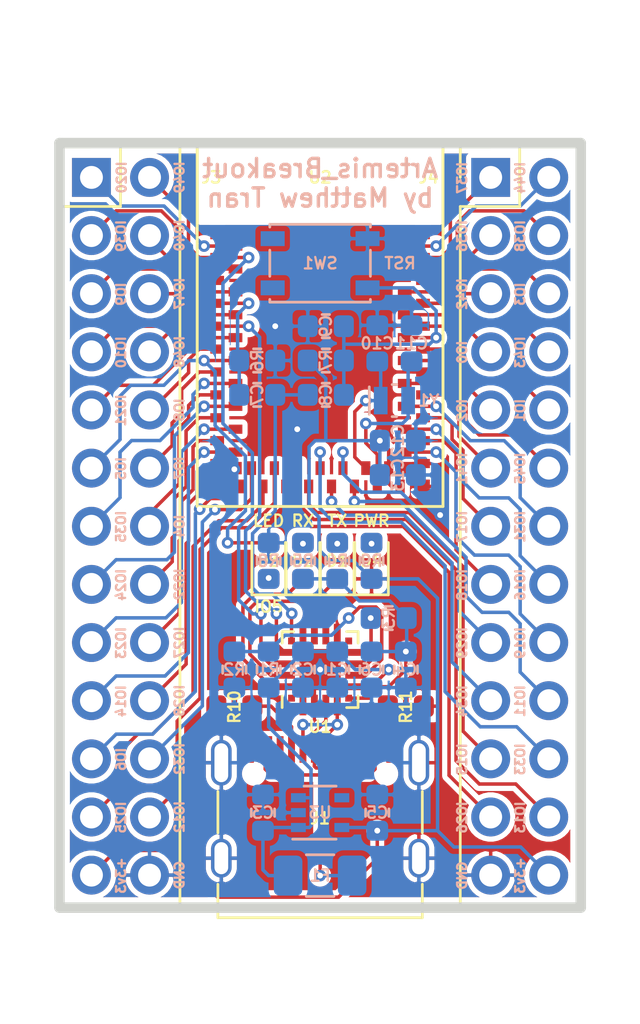
<source format=kicad_pcb>
(kicad_pcb (version 20240108) (generator "pcbnew") (generator_version "8.0")
  (layers (0 "F.Cu" signal) (31 "B.Cu" signal) (34 "B.Paste" user) (35 "F.Paste" user) (36 "B.SilkS" user "B.Silkscreen") (37 "F.SilkS" user "F.Silkscreen") (38 "B.Mask" user) (39 "F.Mask" user) (44 "Edge.Cuts" user))
  (net 0 "")
  (net 1 "GND")
  (net 2 "+5V")
  (net 3 "Net-(C4-Pad1)")
  (net 4 "+3V3")
  (net 5 "/RTS")
  (net 6 "/BOOT")
  (net 7 "/nRST")
  (net 8 "Net-(C10-Pad1)")
  (net 9 "Net-(C11-Pad1)")
  (net 10 "Net-(D1-Pad1)")
  (net 11 "Net-(D2-Pad1)")
  (net 12 "/LED")
  (net 13 "Net-(D3-Pad1)")
  (net 14 "Net-(F1-Pad2)")
  (net 15 "Net-(J1-PadB5)")
  (net 16 "/USB_DP")
  (net 17 "Net-(J1-PadA8)")
  (net 18 "Net-(J1-PadA5)")
  (net 19 "Net-(J1-PadB8)")
  (net 20 "/USB_DM")
  (net 21 "/SWO")
  (net 22 "/SWCLK")
  (net 23 "/SWDIO")
  (net 24 "Net-(J3-Pad24)")
  (net 25 "Net-(J3-Pad23)")
  (net 26 "Net-(J3-Pad22)")
  (net 27 "Net-(J3-Pad21)")
  (net 28 "Net-(J3-Pad20)")
  (net 29 "Net-(J3-Pad19)")
  (net 30 "Net-(J3-Pad18)")
  (net 31 "Net-(J3-Pad17)")
  (net 32 "Net-(J3-Pad16)")
  (net 33 "Net-(J3-Pad15)")
  (net 34 "Net-(J3-Pad14)")
  (net 35 "Net-(J3-Pad13)")
  (net 36 "/RX")
  (net 37 "Net-(J3-Pad4)")
  (net 38 "Net-(J3-Pad3)")
  (net 39 "/TX")
  (net 40 "Net-(J4-Pad24)")
  (net 41 "Net-(J4-Pad23)")
  (net 42 "Net-(J4-Pad20)")
  (net 43 "Net-(J4-Pad19)")
  (net 44 "Net-(J4-Pad18)")
  (net 45 "Net-(J4-Pad17)")
  (net 46 "Net-(J4-Pad16)")
  (net 47 "Net-(J4-Pad15)")
  (net 48 "Net-(J4-Pad14)")
  (net 49 "Net-(J4-Pad13)")
  (net 50 "Net-(J4-Pad12)")
  (net 51 "Net-(J4-Pad11)")
  (net 52 "Net-(J4-Pad10)")
  (net 53 "Net-(J4-Pad9)")
  (net 54 "Net-(J4-Pad8)")
  (net 55 "Net-(J4-Pad7)")
  (net 56 "Net-(J4-Pad6)")
  (net 57 "Net-(J4-Pad5)")
  (net 58 "Net-(J4-Pad4)")
  (net 59 "Net-(J4-Pad3)")
  (net 60 "Net-(J4-Pad2)")
  (net 61 "Net-(J4-Pad1)")
  (net 62 "Net-(R1-Pad1)")
  (net 63 "Net-(R3-Pad1)")
  (net 64 "Net-(U1-Pad15)")
  (net 65 "Net-(U1-Pad14)")
  (net 66 "Net-(U1-Pad13)")
  (net 67 "Net-(U1-Pad11)")
  (net 68 "Net-(U1-Pad10)")
  (net 69 "Net-(U1-Pad2)")
  (net 70 "Net-(U1-Pad1)")
  (net 71 "Net-(J3-Pad12)")
  (net 72 "Net-(J3-Pad10)")
  (net 73 "Net-(J3-Pad7)")
  (net 74 "Net-(J3-Pad5)")
  (net 75 "Net-(J4-Pad21)")
  (net 76 "Net-(U3-Pad4)")
  (net 77 "Net-(D1-Pad2)")
  (net 78 "Net-(D2-Pad2)")
  (net 79 "Net-(D4-Pad2)")
  (footprint "Resistor_SMD:R_0603_1608Metric" (layer "F.Cu") (at 153.75 119.6 180)
    (property "Reference" "R11")
    (property "Value" "5.1k")
  )
  (footprint "Package_DFN_QFN:SiliconLabs_QFN-20-1EP_3x3mm_P0.5mm" (layer "F.Cu") (at 150 118 90)
    (property "Reference" "U1")
    (property "Value" "CP2102N-A02-GQFN20")
  )
  (footprint "Connector_USB:USB_C_Receptacle_Palconn_UTC16-G" (layer "F.Cu") (at 150 124)
    (property "Reference" "J1")
    (property "Value" "USB_C_Receptacle_USB2.0")
  )
  (footprint "Connector_PinHeader_2.54mm:PinHeader_2x13_P2.54mm_Vertical" (layer "F.Cu") (at 140 96.5)
    (property "Reference" "J3")
    (property "Value" "Left")
  )
  (footprint "Connector_PinHeader_2.54mm:PinHeader_2x13_P2.54mm_Vertical" (layer "F.Cu") (at 157.46 96.5)
    (property "Reference" "J4")
    (property "Value" "Right")
  )
  (footprint "artemis:ARTEMIS_FP" (layer "F.Cu") (at 150 103.5 90)
    (property "Reference" "U2")
    (property "Value" "SparkfunArtemis")
  )
  (footprint "LED_SMD:LED_0603_1608Metric" (layer "F.Cu") (at 149.25 113.25 90)
    (property "Reference" "D2")
    (property "Value" "TX")
  )
  (footprint "LED_SMD:LED_0603_1608Metric" (layer "F.Cu") (at 147.75 113.25 90)
    (property "Reference" "D3")
    (property "Value" "LED")
  )
  (footprint "LED_SMD:LED_0603_1608Metric" (layer "F.Cu") (at 152.25 113.25 90)
    (property "Reference" "D4")
    (property "Value" "PWR")
  )
  (footprint "Resistor_SMD:R_0603_1608Metric" (layer "F.Cu") (at 146.25 119.6)
    (property "Reference" "R10")
    (property "Value" "5.1k")
  )
  (footprint "LED_SMD:LED_0603_1608Metric" (layer "F.Cu") (at 150.75 113.25 90)
    (property "Reference" "D1")
    (property "Value" "RX")
  )
  (footprint "Capacitor_SMD:C_0603_1608Metric" (layer "B.Cu") (at 147.5 124.25 -90)
    (property "Reference" "C3")
    (property "Value" "1u")
  )
  (footprint "Capacitor_SMD:C_0603_1608Metric" (layer "B.Cu") (at 152.5 124.25 90)
    (property "Reference" "C5")
    (property "Value" "1u")
  )
  (footprint "Capacitor_SMD:C_0603_1608Metric" (layer "B.Cu") (at 150.25 103)
    (property "Reference" "C9")
    (property "Value" "1n")
  )
  (footprint "Capacitor_SMD:C_0603_1608Metric" (layer "B.Cu") (at 153.4 109.5)
    (property "Reference" "C13")
    (property "Value" "0.1u")
  )
  (footprint "Fuse:Fuse_1206_3216Metric" (layer "B.Cu") (at 150 127)
    (property "Reference" "F1")
    (property "Value" "500mA")
  )
  (footprint "Resistor_SMD:R_0603_1608Metric" (layer "B.Cu") (at 153 115.75)
    (property "Reference" "R3")
    (property "Value" "1k")
  )
  (footprint "Resistor_SMD:R_0603_1608Metric" (layer "B.Cu") (at 147.25 104.5)
    (property "Reference" "R6")
    (property "Value" "220k")
  )
  (footprint "Resistor_SMD:R_0603_1608Metric" (layer "B.Cu") (at 150.25 104.5)
    (property "Reference" "R7")
    (property "Value" "100k")
  )
  (footprint "Button_Switch_SMD:SW_SPST_PTS810" (layer "B.Cu") (at 150 100.25)
    (property "Reference" "SW1")
    (property "Value" "RST")
  )
  (footprint "Capacitor_SMD:C_0603_1608Metric" (layer "B.Cu") (at 153.4 108)
    (property "Reference" "C12")
    (property "Value" "1u")
  )
  (footprint "Package_TO_SOT_SMD:SOT-353_SC-70-5" (layer "B.Cu") (at 150 124.25)
    (property "Reference" "U3")
    (property "Value" "MIC5365-3.3YC5")
  )
  (footprint "Crystal:Crystal_SMD_MicroCrystal_CM9V-T1A-2Pin_1.6x1.0mm" (layer "B.Cu") (at 153.25 106.25)
    (property "Reference" "Y1")
    (property "Value" "32.768kHz")
  )
  (footprint "Capacitor_SMD:C_0603_1608Metric" (layer "B.Cu") (at 152.5 103.75 90)
    (property "Reference" "C10")
    (property "Value" "20p")
  )
  (footprint "Capacitor_SMD:C_0603_1608Metric" (layer "B.Cu") (at 154 103.75 90)
    (property "Reference" "C11")
    (property "Value" "20p")
  )
  (footprint "Capacitor_SMD:C_0603_1608Metric" (layer "B.Cu") (at 149.25 118 -90)
    (property "Reference" "C2")
    (property "Value" "10u")
  )
  (footprint "Resistor_SMD:R_0603_1608Metric" (layer "B.Cu") (at 147.75 118 -90)
    (property "Reference" "R1")
    (property "Value" "22k")
  )
  (footprint "Resistor_SMD:R_0603_1608Metric" (layer "B.Cu") (at 146.25 118 90)
    (property "Reference" "R2")
    (property "Value" "47k")
  )
  (footprint "Capacitor_SMD:C_0603_1608Metric" (layer "B.Cu") (at 150.75 118 -90)
    (property "Reference" "C1")
    (property "Value" "0.1u")
  )
  (footprint "Capacitor_SMD:C_0603_1608Metric" (layer "B.Cu") (at 153.75 118 -90)
    (property "Reference" "C4")
    (property "Value" "10u")
  )
  (footprint "Capacitor_SMD:C_0603_1608Metric" (layer "B.Cu") (at 152.25 118 -90)
    (property "Reference" "C6")
    (property "Value" "0.1u")
  )
  (footprint "Capacitor_SMD:C_0603_1608Metric" (layer "B.Cu") (at 147.25 106)
    (property "Reference" "C7")
    (property "Value" "0.1u")
  )
  (footprint "Resistor_SMD:R_0603_1608Metric" (layer "B.Cu") (at 150.75 113.25 -90)
    (property "Reference" "R4")
    (property "Value" "1k")
  )
  (footprint "Resistor_SMD:R_0603_1608Metric" (layer "B.Cu") (at 149.25 113.25 -90)
    (property "Reference" "R5")
    (property "Value" "1k")
  )
  (footprint "Resistor_SMD:R_0603_1608Metric" (layer "B.Cu") (at 147.75 113.25 -90)
    (property "Reference" "R8")
    (property "Value" "1k")
  )
  (footprint "Resistor_SMD:R_0603_1608Metric" (layer "B.Cu") (at 152.25 113.25 90)
    (property "Reference" "R9")
    (property "Value" "1k")
  )
  (footprint "Capacitor_SMD:C_0603_1608Metric" (layer "B.Cu") (at 150.25 106 180)
    (property "Reference" "C8")
    (property "Value" "0.1u")
  )
  (gr_line (start 138.6 128.4) (end 138.6 95) (stroke (width 0.4572)) (layer "Edge.Cuts"))
  (gr_line (start 161.4 128.4) (end 138.6 128.4) (stroke (width 0.4572)) (layer "Edge.Cuts"))
  (gr_line (start 161.4 95) (end 161.4 128.4) (stroke (width 0.4572)) (layer "Edge.Cuts"))
  (gr_line (start 138.6 95) (end 161.4 95) (stroke (width 0.4572)) (layer "Edge.Cuts"))
  (gr_text "+3v3" (at 141.294 127 90) (layer "B.SilkS") (effects (font (size 0.4 0.4) (thickness 0.1)) (justify mirror)))
  (gr_text "IO49" (at 143.85 96.5 90) (layer "B.SilkS") (effects (font (size 0.4 0.4) (thickness 0.1)) (justify mirror)))
  (gr_text "IO20" (at 141.32 96.5 90) (layer "B.SilkS") (effects (font (size 0.4 0.4) (thickness 0.1)) (justify mirror)))
  (gr_text "IO40" (at 143.85 99.04 90) (layer "B.SilkS") (effects (font (size 0.4 0.4) (thickness 0.1)) (justify mirror)))
  (gr_text "GND" (at 143.85 126.98 90) (layer "B.SilkS") (effects (font (size 0.4 0.4) (thickness 0.1)) (justify mirror)))
  (gr_text "IO37" (at 156.21 96.52 90) (layer "B.SilkS") (effects (font (size 0.4 0.4) (thickness 0.1)) (justify mirror)))
  (gr_text "+3v3" (at 158.75 127 90) (layer "B.SilkS") (effects (font (size 0.4 0.4) (thickness 0.1)) (justify mirror)))
  (gr_text "GND" (at 156.21 127 90) (layer "B.SilkS") (effects (font (size 0.4 0.4) (thickness 0.1)) (justify mirror)))
  (gr_text "IO23" (at 141.294 116.84 90) (layer "B.SilkS") (effects (font (size 0.4 0.4) (thickness 0.1)) (justify mirror)))
  (gr_text "IO19" (at 158.75 116.84 90) (layer "B.SilkS") (effects (font (size 0.4 0.4) (thickness 0.1)) (justify mirror)))
  (gr_text "IO6" (at 141.294 121.92 90) (layer "B.SilkS") (effects (font (size 0.4 0.4) (thickness 0.1)) (justify mirror)))
  (gr_text "IO10" (at 141.294 104.14 90) (layer "B.SilkS") (effects (font (size 0.4 0.4) (thickness 0.1)) (justify mirror)))
  (gr_text "RST" (at 153.5 100.25 0) (layer "B.SilkS") (effects (font (size 0.5 0.5) (thickness 0.1)) (justify mirror)))
  (gr_text "IO29" (at 156.21 116.84 90) (layer "B.SilkS") (effects (font (size 0.4 0.4) (thickness 0.1)) (justify mirror)))
  (gr_text "IO32" (at 143.85 121.9 90) (layer "B.SilkS") (effects (font (size 0.4 0.4) (thickness 0.1)) (justify mirror)))
  (gr_text "IO12" (at 143.85 124.44 90) (layer "B.SilkS") (effects (font (size 0.4 0.4) (thickness 0.1)) (justify mirror)))
  (gr_text "IO21" (at 141.294 106.68 90) (layer "B.SilkS") (effects (font (size 0.4 0.4) (thickness 0.1)) (justify mirror)))
  (gr_text "IO36" (at 156.21 99.06 90) (layer "B.SilkS") (effects (font (size 0.4 0.4) (thickness 0.1)) (justify mirror)))
  (gr_text "IO13" (at 158.75 124.46 90) (layer "B.SilkS") (effects (font (size 0.4 0.4) (thickness 0.1)) (justify mirror)))
  (gr_text "IO28" (at 143.85 119.36 90) (layer "B.SilkS") (effects (font (size 0.4 0.4) (thickness 0.1)) (justify mirror)))
  (gr_text "IO38" (at 158.75 99.06 90) (layer "B.SilkS") (effects (font (size 0.4 0.4) (thickness 0.1)) (justify mirror)))
  (gr_text "IO25" (at 141.294 124.46 90) (layer "B.SilkS") (effects (font (size 0.4 0.4) (thickness 0.1)) (justify mirror)))
  (gr_text "IO26" (at 156.21 124.46 90) (layer "B.SilkS") (effects (font (size 0.4 0.4) (thickness 0.1)) (justify mirror)))
  (gr_text "IO7" (at 143.85 109.2 90) (layer "B.SilkS") (effects (font (size 0.4 0.4) (thickness 0.1)) (justify mirror)))
  (gr_text "IO3" (at 158.75 101.6 90) (layer "B.SilkS") (effects (font (size 0.4 0.4) (thickness 0.1)) (justify mirror)))
  (gr_text "IO0" (at 156.21 104.14 90) (layer "B.SilkS") (effects (font (size 0.4 0.4) (thickness 0.1)) (justify mirror)))
  (gr_text "IO22" (at 143.85 114.28 90) (layer "B.SilkS") (effects (font (size 0.4 0.4) (thickness 0.1)) (justify mirror)))
  (gr_text "IO45" (at 158.75 109.22 90) (layer "B.SilkS") (effects (font (size 0.4 0.4) (thickness 0.1)) (justify mirror)))
  (gr_text "IO18" (at 156.21 114.3 90) (layer "B.SilkS") (effects (font (size 0.4 0.4) (thickness 0.1)) (justify mirror)))
  (gr_text "IO24" (at 141.294 114.3 90) (layer "B.SilkS") (effects (font (size 0.4 0.4) (thickness 0.1)) (justify mirror)))
  (gr_text "IO17" (at 156.21 111.76 90) (layer "B.SilkS") (effects (font (size 0.4 0.4) (thickness 0.1)) (justify mirror)))
  (gr_text "IO31" (at 158.75 111.76 90) (layer "B.SilkS") (effects (font (size 0.4 0.4) (thickness 0.1)) (justify mirror)))
  (gr_text "IO4" (at 143.85 111.74 90) (layer "B.SilkS") (effects (font (size 0.4 0.4) (thickness 0.1)) (justify mirror)))
  (gr_text "IO48" (at 143.85 104.12 90) (layer "B.SilkS") (effects (font (size 0.4 0.4) (thickness 0.1)) (justify mirror)))
  (gr_text "Artemis_Breakout\nby Matthew Tran" (at 150 96.75 0) (layer "B.SilkS") (effects (font (size 0.8 0.8)) (justify mirror)))
  (gr_text "IO27" (at 143.85 116.82 90) (layer "B.SilkS") (effects (font (size 0.4 0.4) (thickness 0.1)) (justify mirror)))
  (gr_text "IO9" (at 141.294 101.6 90) (layer "B.SilkS") (effects (font (size 0.4 0.4) (thickness 0.1)) (justify mirror)))
  (gr_text "IO42" (at 156.21 101.6 90) (layer "B.SilkS") (effects (font (size 0.4 0.4) (thickness 0.1)) (justify mirror)))
  (gr_text "IO11" (at 158.75 119.38 90) (layer "B.SilkS") (effects (font (size 0.4 0.4) (thickness 0.1)) (justify mirror)))
  (gr_text "IO1" (at 158.75 106.68 90) (layer "B.SilkS") (effects (font (size 0.4 0.4) (thickness 0.1)) (justify mirror)))
  (gr_text "IO16" (at 158.75 114.3 90) (layer "B.SilkS") (effects (font (size 0.4 0.4) (thickness 0.1)) (justify mirror)))
  (gr_text "IO15" (at 156.21 121.92 90) (layer "B.SilkS") (effects (font (size 0.4 0.4) (thickness 0.1)) (justify mirror)))
  (gr_text "IO43" (at 158.75 104.14 90) (layer "B.SilkS") (effects (font (size 0.4 0.4) (thickness 0.1)) (justify mirror)))
  (gr_text "IO5" (at 141.294 109.22 90) (layer "B.SilkS") (effects (font (size 0.4 0.4) (thickness 0.1)) (justify mirror)))
  (gr_text "IO35" (at 141.294 111.76 90) (layer "B.SilkS") (effects (font (size 0.4 0.4) (thickness 0.1)) (justify mirror)))
  (gr_text "IO8" (at 143.85 106.66 90) (layer "B.SilkS") (effects (font (size 0.4 0.4) (thickness 0.1)) (justify mirror)))
  (gr_text "IO41" (at 156.21 109.22 90) (layer "B.SilkS") (effects (font (size 0.4 0.4) (thickness 0.1)) (justify mirror)))
  (gr_text "IO14" (at 141.294 119.38 90) (layer "B.SilkS") (effects (font (size 0.4 0.4) (thickness 0.1)) (justify mirror)))
  (gr_text "IO33" (at 158.75 121.92 90) (layer "B.SilkS") (effects (font (size 0.4 0.4) (thickness 0.1)) (justify mirror)))
  (gr_text "IO47" (at 143.85 101.58 90) (layer "B.SilkS") (effects (font (size 0.4 0.4) (thickness 0.1)) (justify mirror)))
  (gr_text "IO44" (at 158.75 96.52 90) (layer "B.SilkS") (effects (font (size 0.4 0.4) (thickness 0.1)) (justify mirror)))
  (gr_text "IO2" (at 156.21 106.68 90) (layer "B.SilkS") (effects (font (size 0.4 0.4) (thickness 0.1)) (justify mirror)))
  (gr_text "IO39" (at 141.294 99.06 90) (layer "B.SilkS") (effects (font (size 0.4 0.4) (thickness 0.1)) (justify mirror)))
  (gr_text "IO34" (at 156.21 119.38 90) (layer "B.SilkS") (effects (font (size 0.4 0.4) (thickness 0.1)) (justify mirror)))
  (gr_text "LED" (at 147.75 111.5 0) (layer "F.SilkS") (effects (font (size 0.5 0.5) (thickness 0.1))))
  (gr_text "IO5" (at 147.75 115.25 0) (layer "F.SilkS") (effects (font (size 0.5 0.5) (thickness 0.1))))
  (gr_text "TX" (at 150.75 111.5 0) (layer "F.SilkS") (effects (font (size 0.5 0.5) (thickness 0.1))))
  (gr_text "RX" (at 149.25 111.5 0) (layer "F.SilkS") (effects (font (size 0.5 0.5) (thickness 0.1))))
  (gr_text "PWR" (at 152.25 111.5 0) (layer "F.SilkS") (effects (font (size 0.5 0.5) (thickness 0.1))))
  (segment (start 149.75 118.25) (end 150 118) (width 0.1524) (layer "F.Cu") (net 1))
  (segment (start 149.75 119.55) (end 149.75 118.25) (width 0.1524) (layer "F.Cu") (net 1))
  (segment (start 150.75 117.25) (end 150 118) (width 0.1524) (layer "F.Cu") (net 1))
  (segment (start 150.75 116.45) (end 150.75 117.25) (width 0.1524) (layer "F.Cu") (net 1))
  (via (at 155.25 111.25) (size 0.508) (drill 0.254) (layers "F.Cu" "B.Cu") (net 1))
  (via (at 148.0375 103) (size 0.508) (drill 0.254) (layers "F.Cu" "B.Cu") (net 1))
  (via (at 150 118) (size 0.508) (drill 0.254) (layers "F.Cu" "B.Cu") (net 1))
  (via (at 149 107.5) (size 0.508) (drill 0.254) (layers "F.Cu" "B.Cu") (net 1))
  (via (at 146.25 109.25) (size 0.508) (drill 0.254) (layers "F.Cu" "B.Cu") (net 1))
  (segment (start 151.55 118.75) (end 152.25 118.75) (width 0.1524) (layer "F.Cu") (net 2))
  (segment (start 152.25 118.75) (end 153 118) (width 0.1524) (layer "F.Cu") (net 2))
  (via (at 153 118) (size 0.508) (drill 0.254) (layers "F.Cu" "B.Cu") (net 2))
  (segment (start 150.75 117.2125) (end 151.5375 118) (width 0.1524) (layer "B.Cu") (net 2))
  (segment (start 149.05 124.9) (end 147.6375 124.9) (width 0.1524) (layer "B.Cu") (net 2))
  (segment (start 147.5 126.75) (end 147.5 125.0375) (width 0.1524) (layer "B.Cu") (net 2))
  (segment (start 151.5375 118) (end 153 118) (width 0.1524) (layer "B.Cu") (net 2))
  (segment (start 149.603601 123.603601) (end 149.603601 122.353601) (width 0.1524) (layer "B.Cu") (net 2))
  (segment (start 150.75 117.2125) (end 149.25 117.2125) (width 0.1524) (layer "B.Cu") (net 2))
  (segment (start 149.05 124.9) (end 149.5274 124.9) (width 0.1524) (layer "B.Cu") (net 2))
  (segment (start 147.75 118.7875) (end 147.75 118.7125) (width 0.1524) (layer "B.Cu") (net 2))
  (segment (start 149.603601 124.823799) (end 149.603601 123.603601) (width 0.1524) (layer "B.Cu") (net 2))
  (segment (start 147.75 120.5) (end 147.75 118.7875) (width 0.1524) (layer "B.Cu") (net 2))
  (segment (start 147.75 118.7125) (end 149.25 117.2125) (width 0.1524) (layer "B.Cu") (net 2))
  (segment (start 147.6375 124.9) (end 147.5 125.0375) (width 0.1524) (layer "B.Cu") (net 2))
  (segment (start 147.75 127) (end 147.5 126.75) (width 0.1524) (layer "B.Cu") (net 2))
  (segment (start 149.603601 122.353601) (end 147.75 120.5) (width 0.1524) (layer "B.Cu") (net 2))
  (segment (start 149.6 123.6) (end 149.603601 123.603601) (width 0.1524) (layer "B.Cu") (net 2))
  (segment (start 148.6 127) (end 147.75 127) (width 0.1524) (layer "B.Cu") (net 2))
  (segment (start 149.5274 124.9) (end 149.603601 124.823799) (width 0.1524) (layer "B.Cu") (net 2))
  (segment (start 149.05 123.6) (end 149.6 123.6) (width 0.1524) (layer "B.Cu") (net 2))
  (segment (start 152.681066 118.75) (end 153 118.75) (width 0.1524) (layer "F.Cu") (net 3))
  (segment (start 153 118.75) (end 153.75 118) (width 0.1524) (layer "F.Cu") (net 3))
  (segment (start 153.75 118) (end 153.75 117.2125) (width 0.1524) (layer "F.Cu") (net 3))
  (segment (start 152.181066 119.25) (end 152.681066 118.75) (width 0.1524) (layer "F.Cu") (net 3))
  (segment (start 151.25 119.25) (end 152.181066 119.25) (width 0.1524) (layer "F.Cu") (net 3))
  (via (at 153.75 117.2125) (size 0.508) (drill 0.254) (layers "F.Cu" "B.Cu") (net 3))
  (segment (start 153.7875 115.75) (end 153.7875 117.175) (width 0.1524) (layer "B.Cu") (net 3))
  (segment (start 152.25 117.2125) (end 153.75 117.2125) (width 0.1524) (layer "B.Cu") (net 3))
  (segment (start 151.7125 115) (end 153.0375 115) (width 0.1524) (layer "B.Cu") (net 3))
  (segment (start 153.7875 117.175) (end 153.75 117.2125) (width 0.1524) (layer "B.Cu") (net 3))
  (segment (start 150.75 114.0375) (end 151.7125 115) (width 0.1524) (layer "B.Cu") (net 3))
  (segment (start 153.0375 115) (end 153.7875 115.75) (width 0.1524) (layer "B.Cu") (net 3))
  (segment (start 149.25 114.0375) (end 150.75 114.0375) (width 0.1524) (layer "B.Cu") (net 3))
  (segment (start 153 108.3875) (end 152.6125 108) (width 0.1524) (layer "F.Cu") (net 4))
  (segment (start 152.5 125.0375) (end 152.5 126.25) (width 0.1524) (layer "F.Cu") (net 4))
  (segment (start 153.125 110) (end 153.5 110) (width 0.1524) (layer "F.Cu") (net 4))
  (segment (start 152.5 126.25) (end 150.80721 127.94279) (width 0.1524) (layer "F.Cu") (net 4))
  (segment (start 153 109.2) (end 153 108.3875) (width 0.1524) (layer "F.Cu") (net 4))
  (segment (start 143.479564 125.901399) (end 141.078601 125.901399) (width 0.1524) (layer "F.Cu") (net 4))
  (segment (start 153 109.2) (end 153 109.875) (width 0.1524) (layer "F.Cu") (net 4))
  (segment (start 141.078601 125.901399) (end 140 126.98) (width 0.1524) (layer "F.Cu") (net 4))
  (segment (start 145.520955 127.94279) (end 143.479564 125.901399) (width 0.1524) (layer "F.Cu") (net 4))
  (segment (start 153 109.875) (end 153.125 110) (width 0.1524) (layer "F.Cu") (net 4))
  (segment (start 150.80721 127.94279) (end 145.520955 127.94279) (width 0.1524) (layer "F.Cu") (net 4))
  (via (at 152.6125 108) (size 0.508) (drill 0.254) (layers "F.Cu" "B.Cu") (net 4))
  (via (at 152.5 125.0375) (size 0.508) (drill 0.254) (layers "F.Cu" "B.Cu") (net 4))
  (segment (start 158.77 125.75) (end 160 126.98) (width 0.1524) (layer "B.Cu") (net 4))
  (segment (start 155.1375 114.8875) (end 154.2875 114.0375) (width 0.1524) (layer "B.Cu") (net 4))
  (segment (start 149.78575 108) (end 150.25 108) (width 0.1524) (layer "B.Cu") (net 4))
  (segment (start 149.517399 108.268351) (end 149.78575 108) (width 0.1524) (layer "B.Cu") (net 4))
  (segment (start 154.2875 114.0375) (end 152.25 114.0375) (width 0.1524) (layer "B.Cu") (net 4))
  (segment (start 149.95361 111.348926) (end 149.517399 110.912715) (width 0.1524) (layer "B.Cu") (net 4))
  (segment (start 149.517399 110.912715) (end 149.517399 108.268351) (width 0.1524) (layer "B.Cu") (net 4))
  (segment (start 152.25 114.0375) (end 151.45361 113.24111) (width 0.1524) (layer "B.Cu") (net 4))
  (segment (start 152.5 125.0375) (end 155.1375 125.0375) (width 0.1524) (layer "B.Cu") (net 4))
  (segment (start 150.25 105.2875) (end 149.4625 104.5) (width 0.1524) (layer "B.Cu") (net 4))
  (segment (start 152.5 125.0375) (end 152.5 125.0375) (width 0.1524) (layer "B.Cu") (net 4))
  (segment (start 150.25 108) (end 152.6125 108) (width 0.1524) (layer "B.Cu") (net 4))
  (segment (start 150.25 108) (end 150.25 105.2875) (width 0.1524) (layer "B.Cu") (net 4))
  (segment (start 150.420946 113.24111) (end 149.95361 112.773774) (width 0.1524) (layer "B.Cu") (net 4))
  (segment (start 149.95361 112.773774) (end 149.95361 111.348926) (width 0.1524) (layer "B.Cu") (net 4))
  (segment (start 152.6125 109.5) (end 152.6125 108) (width 0.1524) (layer "B.Cu") (net 4))
  (segment (start 155.1375 125.0375) (end 155.1375 114.8875) (width 0.1524) (layer "B.Cu") (net 4))
  (segment (start 152.3625 124.9) (end 152.5 125.0375) (width 0.1524) (layer "B.Cu") (net 4))
  (segment (start 150.95 124.9) (end 152.3625 124.9) (width 0.1524) (layer "B.Cu") (net 4))
  (segment (start 151.45361 113.24111) (end 150.420946 113.24111) (width 0.1524) (layer "B.Cu") (net 4))
  (segment (start 155.1375 125.0375) (end 155.85 125.75) (width 0.1524) (layer "B.Cu") (net 4))
  (segment (start 155.85 125.75) (end 158.77 125.75) (width 0.1524) (layer "B.Cu") (net 4))
  (segment (start 148.75 115.561063) (end 148.760411 115.550652) (width 0.1524) (layer "F.Cu") (net 5))
  (segment (start 148.75 116.75) (end 148.75 115.561063) (width 0.1524) (layer "F.Cu") (net 5))
  (via (at 148.760411 115.550652) (size 0.508) (drill 0.254) (layers "F.Cu" "B.Cu") (net 5))
  (segment (start 147.308446 114.70361) (end 147.913369 114.70361) (width 0.1524) (layer "B.Cu") (net 5))
  (segment (start 149.4625 106) (end 148.0375 106) (width 0.1524) (layer "B.Cu") (net 5))
  (segment (start 148.0375 106) (end 148.0375 111.067336) (width 0.1524) (layer "B.Cu") (net 5))
  (segment (start 147.046394 114.441557) (end 147.308446 114.70361) (width 0.1524) (layer "B.Cu") (net 5))
  (segment (start 147.046394 112.058442) (end 147.046394 114.441557) (width 0.1524) (layer "B.Cu") (net 5))
  (segment (start 148.0375 111.067336) (end 147.046394 112.058442) (width 0.1524) (layer "B.Cu") (net 5))
  (segment (start 147.913369 114.70361) (end 148.760411 115.550652) (width 0.1524) (layer "B.Cu") (net 5))
  (segment (start 143.83 101.58) (end 144.25 102) (width 0.1524) (layer "F.Cu") (net 6))
  (segment (start 145.5 102) (end 146.874157 102) (width 0.1524) (layer "F.Cu") (net 6))
  (segment (start 142.54 101.58) (end 143.83 101.58) (width 0.1524) (layer "F.Cu") (net 6))
  (segment (start 144.25 102) (end 144.75 102) (width 0.1524) (layer "F.Cu") (net 6))
  (segment (start 145.5 102) (end 144.75 102) (width 0.1524) (layer "F.Cu") (net 6))
  (via (at 146.874157 102) (size 0.508) (drill 0.254) (layers "F.Cu" "B.Cu") (net 6))
  (segment (start 146.391556 104.429056) (end 146.4625 104.5) (width 0.1524) (layer "B.Cu") (net 6))
  (segment (start 146.874157 102) (end 146.391556 102.482601) (width 0.1524) (layer "B.Cu") (net 6))
  (segment (start 146.391556 102.482601) (end 146.391556 104.429056) (width 0.1524) (layer "B.Cu") (net 6))
  (segment (start 146.4625 106) (end 146.4625 104.5) (width 0.1524) (layer "B.Cu") (net 6))
  (segment (start 153.7 103.5) (end 155.074156 103.5) (width 0.1524) (layer "F.Cu") (net 7))
  (segment (start 155.074156 103.5) (end 155.074157 103.499999) (width 0.1524) (layer "F.Cu") (net 7))
  (via (at 155.074157 103.499999) (size 0.508) (drill 0.254) (layers "F.Cu" "B.Cu") (net 7))
  (segment (start 151.0375 103) (end 151.0375 103.7875) (width 0.1524) (layer "B.Cu") (net 7))
  (segment (start 154.786656 103.7875) (end 155.074157 103.499999) (width 0.1524) (layer "B.Cu") (net 7))
  (segment (start 155.074157 102.324157) (end 154.075 101.325) (width 0.1524) (layer "B.Cu") (net 7))
  (segment (start 151.0375 103.7875) (end 154.786656 103.7875) (width 0.1524) (layer "B.Cu") (net 7))
  (segment (start 155.074157 103.499999) (end 155.074157 102.324157) (width 0.1524) (layer "B.Cu") (net 7))
  (segment (start 151.0375 103.7875) (end 151.0375 106) (width 0.1524) (layer "B.Cu") (net 7))
  (segment (start 154.075 101.325) (end 152.075 101.325) (width 0.1524) (layer "B.Cu") (net 7))
  (segment (start 151.517399 108.717399) (end 151.517399 106.732601) (width 0.1524) (layer "F.Cu") (net 8))
  (segment (start 151.517399 106.732601) (end 152 106.25) (width 0.1524) (layer "F.Cu") (net 8))
  (segment (start 152 109.2) (end 151.517399 108.717399) (width 0.1524) (layer "F.Cu") (net 8))
  (via (at 152 106.25) (size 0.508) (drill 0.254) (layers "F.Cu" "B.Cu") (net 8))
  (segment (start 152.65 104.6875) (end 152.5 104.5375) (width 0.1524) (layer "B.Cu") (net 8))
  (segment (start 152 106.25) (end 152.65 106.25) (width 0.1524) (layer "B.Cu") (net 8))
  (segment (start 152.65 106.25) (end 152.65 104.6875) (width 0.1524) (layer "B.Cu") (net 8))
  (segment (start 152 108.10175) (end 152 107.25) (width 0.1524) (layer "F.Cu") (net 9))
  (segment (start 152.5 110) (end 152.5 108.60175) (width 0.1524) (layer "F.Cu") (net 9))
  (segment (start 152.5 108.60175) (end 152 108.10175) (width 0.1524) (layer "F.Cu") (net 9))
  (via (at 152 107.25) (size 0.508) (drill 0.254) (layers "F.Cu" "B.Cu") (net 9))
  (segment (start 152 107.25) (end 153.6024 107.25) (width 0.1524) (layer "B.Cu") (net 9))
  (segment (start 153.85 104.6875) (end 154 104.5375) (width 0.1524) (layer "B.Cu") (net 9))
  (segment (start 153.85 106.25) (end 153.85 104.6875) (width 0.1524) (layer "B.Cu") (net 9))
  (segment (start 153.85 107.0024) (end 153.85 106.25) (width 0.1524) (layer "B.Cu") (net 9))
  (segment (start 153.6024 107.25) (end 153.85 107.0024) (width 0.1524) (layer "B.Cu") (net 9))
  (segment (start 146.929365 117.331765) (end 147.8476 118.25) (width 0.1524) (layer "F.Cu") (net 10))
  (segment (start 150.75 114.0375) (end 149.770102 115.017398) (width 0.1524) (layer "F.Cu") (net 10))
  (segment (start 147.247552 115.017398) (end 146.929365 115.335587) (width 0.1524) (layer "F.Cu") (net 10))
  (segment (start 146.929365 115.335587) (end 146.929365 117.331765) (width 0.1524) (layer "F.Cu") (net 10))
  (segment (start 149.770102 115.017398) (end 147.247552 115.017398) (width 0.1524) (layer "F.Cu") (net 10))
  (segment (start 147.8476 118.25) (end 148.45 118.25) (width 0.1524) (layer "F.Cu") (net 10))
  (segment (start 147.8476 118.75) (end 148.45 118.75) (width 0.1524) (layer "F.Cu") (net 11))
  (segment (start 147.121298 114.712587) (end 146.624554 115.209331) (width 0.1524) (layer "F.Cu") (net 11))
  (segment (start 149.25 114.0375) (end 148.574913 114.712587) (width 0.1524) (layer "F.Cu") (net 11))
  (segment (start 146.624554 115.209331) (end 146.624554 117.526954) (width 0.1524) (layer "F.Cu") (net 11))
  (segment (start 146.624554 117.526954) (end 147.8476 118.75) (width 0.1524) (layer "F.Cu") (net 11))
  (segment (start 148.574913 114.712587) (end 147.121298 114.712587) (width 0.1524) (layer "F.Cu") (net 11))
  (segment (start 146.3 104.5) (end 144.925844 104.5) (width 0.1524) (layer "F.Cu") (net 12))
  (segment (start 145.991659 112.4625) (end 145.954158 112.500001) (width 0.1524) (layer "F.Cu") (net 12))
  (segment (start 144.925844 104.5) (end 144.925843 104.500001) (width 0.1524) (layer "F.Cu") (net 12))
  (segment (start 147.75 112.4625) (end 145.991659 112.4625) (width 0.1524) (layer "F.Cu") (net 12))
  (via (at 144.925843 104.500001) (size 0.508) (drill 0.254) (layers "F.Cu" "B.Cu") (net 12))
  (via (at 145.954158 112.4625) (size 0.508) (drill 0.254) (layers "F.Cu" "B.Cu") (net 12))
  (segment (start 145.408444 104.982602) (end 145.408444 107.33951) (width 0.1524) (layer "B.Cu") (net 12))
  (segment (start 145.954158 111.845842) (end 145.954158 112.500001) (width 0.1524) (layer "B.Cu") (net 12))
  (segment (start 144.925843 104.500001) (end 145.408444 104.982602) (width 0.1524) (layer "B.Cu") (net 12))
  (segment (start 144.249999 104.500001) (end 143.168601 105.581399) (width 0.1524) (layer "B.Cu") (net 12))
  (segment (start 141.25 107.95) (end 140 109.2) (width 0.1524) (layer "B.Cu") (net 12))
  (segment (start 146.732601 111.067399) (end 145.954158 111.845842) (width 0.1524) (layer "B.Cu") (net 12))
  (segment (start 141.720436 105.581399) (end 141.25 106.051835) (width 0.1524) (layer "B.Cu") (net 12))
  (segment (start 145.408444 107.33951) (end 146.732601 108.663667) (width 0.1524) (layer "B.Cu") (net 12))
  (segment (start 146.732601 108.663667) (end 146.732601 111.067399) (width 0.1524) (layer "B.Cu") (net 12))
  (segment (start 144.925843 104.500001) (end 144.249999 104.500001) (width 0.1524) (layer "B.Cu") (net 12))
  (segment (start 143.168601 105.581399) (end 141.720436 105.581399) (width 0.1524) (layer "B.Cu") (net 12))
  (segment (start 141.25 106.051835) (end 141.25 107.95) (width 0.1524) (layer "B.Cu") (net 12))
  (via (at 147.75 114) (size 0.508) (drill 0.254) (layers "F.Cu" "B.Cu") (net 13))
  (segment (start 147.6 122.35) (end 147.6 121.49) (width 0.1524) (layer "F.Cu") (net 14))
  (segment (start 152.4 121.49) (end 152.4 122.35) (width 0.1524) (layer "F.Cu") (net 14))
  (segment (start 150.003411 126.996589) (end 150 127) (width 0.1524) (layer "F.Cu") (net 14))
  (segment (start 152.4 122.35) (end 152.146589 122.603411) (width 0.1524) (layer "F.Cu") (net 14))
  (segment (start 152.146589 122.603411) (end 150.003411 122.603411) (width 0.1524) (layer "F.Cu") (net 14))
  (segment (start 147.853411 122.603411) (end 147.6 122.35) (width 0.1524) (layer "F.Cu") (net 14))
  (segment (start 150.003411 122.603411) (end 150.003411 126.996589) (width 0.1524) (layer "F.Cu") (net 14))
  (segment (start 150.003411 122.603411) (end 147.853411 122.603411) (width 0.1524) (layer "F.Cu") (net 14))
  (via (at 150 127) (size 0.508) (drill 0.254) (layers "F.Cu" "B.Cu") (net 14))
  (segment (start 151.4 127) (end 150 127) (width 0.1524) (layer "B.Cu") (net 14))
  (segment (start 151.75 121.49) (end 151.75 120.8125) (width 0.1524) (layer "F.Cu") (net 15))
  (segment (start 151.75 120.8125) (end 152.9625 119.6) (width 0.1524) (layer "F.Cu") (net 15))
  (segment (start 150.676399 122.298601) (end 150.75 122.225) (width 0.1524) (layer "F.Cu") (net 16))
  (segment (start 149.826201 122.298601) (end 150.676399 122.298601) (width 0.1524) (layer "F.Cu") (net 16))
  (segment (start 149.75 122.2224) (end 149.826201 122.298601) (width 0.1524) (layer "F.Cu") (net 16))
  (segment (start 150.25 120.25) (end 150.25 119.55) (width 0.1524) (layer "F.Cu") (net 16))
  (segment (start 149.75 121.49) (end 149.75 122.2224) (width 0.1524) (layer "F.Cu") (net 16))
  (segment (start 150.75 122.225) (end 150.75 121.49) (width 0.1524) (layer "F.Cu") (net 16))
  (segment (start 149.75 121.49) (end 149.75 120.75) (width 0.1524) (layer "F.Cu") (net 16))
  (segment (start 149.75 120.75) (end 150.25 120.25) (width 0.1524) (layer "F.Cu") (net 16))
  (segment (start 148.75 121.49) (end 148.75 120.5) (width 0.1524) (layer "F.Cu") (net 18))
  (segment (start 147.85 119.6) (end 147.0375 119.6) (width 0.1524) (layer "F.Cu") (net 18))
  (segment (start 148.75 120.5) (end 147.85 119.6) (width 0.1524) (layer "F.Cu") (net 18))
  (segment (start 150.25 120.906402) (end 150.75 120.406402) (width 0.1524) (layer "F.Cu") (net 20))
  (segment (start 149.25 121.49) (end 149.25 120.406402) (width 0.1524) (layer "F.Cu") (net 20))
  (segment (start 150.25 121.49) (end 150.25 120.906402) (width 0.1524) (layer "F.Cu") (net 20))
  (segment (start 150.75 119.55) (end 150.75 120.406402) (width 0.1524) (layer "F.Cu") (net 20))
  (via (at 150.75 120.406402) (size 0.508) (drill 0.254) (layers "F.Cu" "B.Cu") (net 20))
  (via (at 149.25 120.406402) (size 0.508) (drill 0.254) (layers "F.Cu" "B.Cu") (net 20))
  (segment (start 150.75 120.406402) (end 149.25 120.406402) (width 0.1524) (layer "B.Cu") (net 20))
  (segment (start 150 109.2) (end 150 108.5) (width 0.1524) (layer "F.Cu") (net 21))
  (via (at 150 108.5) (size 0.508) (drill 0.254) (layers "F.Cu" "B.Cu") (net 21))
  (segment (start 153.551359 111.558809) (end 150.594559 111.558809) (width 0.1524) (layer "B.Cu") (net 21))
  (segment (start 155.466971 113.474422) (end 153.551359 111.558809) (width 0.1524) (layer "B.Cu") (net 21))
  (segment (start 157.00367 120.5) (end 155.466971 118.963301) (width 0.1524) (layer "B.Cu") (net 21))
  (segment (start 150.594559 111.558809) (end 150 110.96425) (width 0.1524) (layer "B.Cu") (net 21))
  (segment (start 158.6 120.5) (end 157.00367 120.5) (width 0.1524) (layer "B.Cu") (net 21))
  (segment (start 155.466971 118.963301) (end 155.466971 113.474422) (width 0.1524) (layer "B.Cu") (net 21))
  (segment (start 160 121.9) (end 158.6 120.5) (width 0.1524) (layer "B.Cu") (net 21))
  (segment (start 150 110.96425) (end 150 108.5) (width 0.1524) (layer "B.Cu") (net 21))
  (segment (start 144.925844 99.5) (end 144.925843 99.499999) (width 0.1524) (layer "F.Cu") (net 22))
  (segment (start 146.3 99.5) (end 144.925844 99.5) (width 0.1524) (layer "F.Cu") (net 22))
  (via (at 144.925843 99.499999) (size 0.508) (drill 0.254) (layers "F.Cu" "B.Cu") (net 22))
  (segment (start 141.25 97.75) (end 140 96.5) (width 0.1524) (layer "B.Cu") (net 22))
  (segment (start 143.175844 97.75) (end 141.25 97.75) (width 0.1524) (layer "B.Cu") (net 22))
  (segment (start 144.925843 99.499999) (end 143.175844 97.75) (width 0.1524) (layer "B.Cu") (net 22))
  (segment (start 141.078601 105.581399) (end 140 106.66) (width 0.1524) (layer "F.Cu") (net 23))
  (segment (start 142.699129 105.581399) (end 141.078601 105.581399) (width 0.1524) (layer "F.Cu") (net 23))
  (segment (start 144.780528 103.5) (end 142.699129 105.581399) (width 0.1524) (layer "F.Cu") (net 23))
  (segment (start 146.3 103.5) (end 144.780528 103.5) (width 0.1524) (layer "F.Cu") (net 23))
  (segment (start 146.914664 111.80481) (end 145.69519 111.80481) (width 0.1524) (layer "F.Cu") (net 24))
  (segment (start 144.75 119.25) (end 143.75 120.25) (width 0.1524) (layer "F.Cu") (net 24))
  (segment (start 143.75 120.25) (end 143.75 123.23) (width 0.1524) (layer "F.Cu") (net 24))
  (segment (start 143.75 123.23) (end 142.54 124.44) (width 0.1524) (layer "F.Cu") (net 24))
  (segment (start 148 110.719474) (end 146.914664 111.80481) (width 0.1524) (layer "F.Cu") (net 24))
  (segment (start 145.69519 111.80481) (end 144.75 112.75) (width 0.1524) (layer "F.Cu") (net 24))
  (segment (start 148 109.2) (end 148 110.719474) (width 0.1524) (layer "F.Cu") (net 24))
  (segment (start 144.75 112.75) (end 144.75 119.25) (width 0.1524) (layer "F.Cu") (net 24))
  (segment (start 141.25 123.19) (end 140 124.44) (width 0.1524) (layer "F.Cu") (net 25))
  (segment (start 146.788409 111.499999) (end 145.568934 111.499999) (width 0.1524) (layer "F.Cu") (net 25))
  (segment (start 144.445189 119.051141) (end 142.674931 120.821399) (width 0.1524) (layer "F.Cu") (net 25))
  (segment (start 141.25 121.59367) (end 141.25 123.19) (width 0.1524) (layer "F.Cu") (net 25))
  (segment (start 142.022271 120.821399) (end 141.25 121.59367) (width 0.1524) (layer "F.Cu") (net 25))
  (segment (start 147.5 110.788408) (end 146.788409 111.499999) (width 0.1524) (layer "F.Cu") (net 25))
  (segment (start 145.568934 111.499999) (end 144.445189 112.623744) (width 0.1524) (layer "F.Cu") (net 25))
  (segment (start 147.5 110) (end 147.5 110.788408) (width 0.1524) (layer "F.Cu") (net 25))
  (segment (start 144.445189 112.623744) (end 144.445189 119.051141) (width 0.1524) (layer "F.Cu") (net 25))
  (segment (start 142.674931 120.821399) (end 142.022271 120.821399) (width 0.1524) (layer "F.Cu") (net 25))
  (segment (start 147 109.2) (end 147 110.529223) (width 0.1524) (layer "F.Cu") (net 26))
  (segment (start 147 110.529223) (end 146.51799 111.011233) (width 0.1524) (layer "F.Cu") (net 26))
  (segment (start 146.51799 111.011233) (end 145.4 111.011233) (width 0.1524) (layer "F.Cu") (net 26))
  (via (at 145.4 111.011233) (size 0.508) (drill 0.254) (layers "F.Cu" "B.Cu") (net 26))
  (segment (start 144.85 111.561233) (end 145.4 111.011233) (width 0.1524) (layer "B.Cu") (net 26))
  (segment (start 142.54 121.9) (end 144.85 119.59) (width 0.1524) (layer "B.Cu") (net 26))
  (segment (start 144.85 119.59) (end 144.85 111.561233) (width 0.1524) (layer "B.Cu") (net 26))
  (segment (start 146.5 110) (end 145.971399 110.528601) (width 0.1524) (layer "F.Cu") (net 27))
  (segment (start 145.200118 110.528601) (end 144.733528 110.995191) (width 0.1524) (layer "F.Cu") (net 27))
  (segment (start 145.971399 110.528601) (end 145.200118 110.528601) (width 0.1524) (layer "F.Cu") (net 27))
  (via (at 144.733528 110.995191) (size 0.508) (drill 0.254) (layers "F.Cu" "B.Cu") (net 27))
  (segment (start 144.545189 118.951141) (end 144.545189 111.18353) (width 0.1524) (layer "B.Cu") (net 27))
  (segment (start 142.674931 120.821399) (end 144.545189 118.951141) (width 0.1524) (layer "B.Cu") (net 27))
  (segment (start 141.078601 120.821399) (end 142.674931 120.821399) (width 0.1524) (layer "B.Cu") (net 27))
  (segment (start 140 121.9) (end 141.078601 120.821399) (width 0.1524) (layer "B.Cu") (net 27))
  (segment (start 144.545189 111.18353) (end 144.733528 110.995191) (width 0.1524) (layer "B.Cu") (net 27))
  (segment (start 144.140378 117.759622) (end 142.54 119.36) (width 0.1524) (layer "F.Cu") (net 28))
  (segment (start 144.250926 110.763541) (end 144.250926 112.38694) (width 0.1524) (layer "F.Cu") (net 28))
  (segment (start 144.75 109.75) (end 144.75 110.264467) (width 0.1524) (layer "F.Cu") (net 28))
  (segment (start 145.5 109) (end 144.75 109.75) (width 0.1524) (layer "F.Cu") (net 28))
  (segment (start 144.75 110.264467) (end 144.250926 110.763541) (width 0.1524) (layer "F.Cu") (net 28))
  (segment (start 144.140378 112.497488) (end 144.140378 117.759622) (width 0.1524) (layer "F.Cu") (net 28))
  (segment (start 144.250926 112.38694) (end 144.140378 112.497488) (width 0.1524) (layer "F.Cu") (net 28))
  (segment (start 146.3 108.5) (end 144.925844 108.5) (width 0.1524) (layer "F.Cu") (net 29))
  (segment (start 144.925844 108.5) (end 144.925843 108.499999) (width 0.1524) (layer "F.Cu") (net 29))
  (via (at 144.925843 108.499999) (size 0.508) (drill 0.254) (layers "F.Cu" "B.Cu") (net 29))
  (segment (start 144.240378 109.185464) (end 144.240378 117.259622) (width 0.1524) (layer "B.Cu") (net 29))
  (segment (start 141.078601 118.281399) (end 140 119.36) (width 0.1524) (layer "B.Cu") (net 29))
  (segment (start 144.240378 117.259622) (end 143.218601 118.281399) (width 0.1524) (layer "B.Cu") (net 29))
  (segment (start 143.218601 118.281399) (end 141.078601 118.281399) (width 0.1524) (layer "B.Cu") (net 29))
  (segment (start 144.925843 108.499999) (end 144.240378 109.185464) (width 0.1524) (layer "B.Cu") (net 29))
  (segment (start 143.946115 110.637285) (end 143.946115 112.260684) (width 0.1524) (layer "F.Cu") (net 30))
  (segment (start 143.946115 112.260684) (end 143.835567 112.371232) (width 0.1524) (layer "F.Cu") (net 30))
  (segment (start 143.835567 112.371232) (end 143.835567 115.524433) (width 0.1524) (layer "F.Cu") (net 30))
  (segment (start 144.711592 108) (end 144.443242 108.26835) (width 0.1524) (layer "F.Cu") (net 30))
  (segment (start 143.835567 115.524433) (end 142.54 116.82) (width 0.1524) (layer "F.Cu") (net 30))
  (segment (start 145.5 108) (end 144.711592 108) (width 0.1524) (layer "F.Cu") (net 30))
  (segment (start 144.443242 108.26835) (end 144.443242 110.140158) (width 0.1524) (layer "F.Cu") (net 30))
  (segment (start 144.443242 110.140158) (end 143.946115 110.637285) (width 0.1524) (layer "F.Cu") (net 30))
  (segment (start 144.925844 107.5) (end 144.925843 107.500001) (width 0.1524) (layer "F.Cu") (net 31))
  (segment (start 146.3 107.5) (end 144.925844 107.5) (width 0.1524) (layer "F.Cu") (net 31))
  (via (at 144.925843 107.500001) (size 0.508) (drill 0.254) (layers "F.Cu" "B.Cu") (net 31))
  (segment (start 141.078601 115.741399) (end 140 116.82) (width 0.1524) (layer "B.Cu") (net 31))
  (segment (start 143.935567 115.064433) (end 143.258601 115.741399) (width 0.1524) (layer "B.Cu") (net 31))
  (segment (start 143.258601 115.741399) (end 141.078601 115.741399) (width 0.1524) (layer "B.Cu") (net 31))
  (segment (start 144.925843 107.500001) (end 143.935567 108.490277) (width 0.1524) (layer "B.Cu") (net 31))
  (segment (start 143.935567 108.490277) (end 143.935567 115.064433) (width 0.1524) (layer "B.Cu") (net 31))
  (segment (start 144.138431 110.013902) (end 143.641304 110.511029) (width 0.1524) (layer "F.Cu") (net 32))
  (segment (start 145.5 107) (end 144.711594 107) (width 0.1524) (layer "F.Cu") (net 32))
  (segment (start 143.641304 112.134428) (end 143.530756 112.244976) (width 0.1524) (layer "F.Cu") (net 32))
  (segment (start 143.530756 113.289244) (end 142.54 114.28) (width 0.1524) (layer "F.Cu") (net 32))
  (segment (start 143.641304 110.511029) (end 143.641304 112.134428) (width 0.1524) (layer "F.Cu") (net 32))
  (segment (start 143.530756 112.244976) (end 143.530756 113.289244) (width 0.1524) (layer "F.Cu") (net 32))
  (segment (start 144.711594 107) (end 144.138431 107.573163) (width 0.1524) (layer "F.Cu") (net 32))
  (segment (start 144.138431 107.573163) (end 144.138431 110.013902) (width 0.1524) (layer "F.Cu") (net 32))
  (segment (start 144.925844 106.5) (end 144.925843 106.500001) (width 0.1524) (layer "F.Cu") (net 33))
  (segment (start 146.3 106.5) (end 144.925844 106.5) (width 0.1524) (layer "F.Cu") (net 33))
  (via (at 144.925843 106.500001) (size 0.508) (drill 0.254) (layers "F.Cu" "B.Cu") (net 33))
  (segment (start 141.078601 113.201399) (end 140 114.28) (width 0.1524) (layer "B.Cu") (net 33))
  (segment (start 143.298601 113.201399) (end 141.078601 113.201399) (width 0.1524) (layer "B.Cu") (net 33))
  (segment (start 144.925843 106.500001) (end 143.630756 107.795088) (width 0.1524) (layer "B.Cu") (net 33))
  (segment (start 143.630756 112.869244) (end 143.298601 113.201399) (width 0.1524) (layer "B.Cu") (net 33))
  (segment (start 143.630756 107.795088) (end 143.630756 112.869244) (width 0.1524) (layer "B.Cu") (net 33))
  (segment (start 143.83362 109.887647) (end 143.83362 107.446907) (width 0.1524) (layer "F.Cu") (net 34))
  (segment (start 144.25 107.030528) (end 144.25 106.461594) (width 0.1524) (layer "F.Cu") (net 34))
  (segment (start 142.54 111.74) (end 142.54 111.181267) (width 0.1524) (layer "F.Cu") (net 34))
  (segment (start 142.54 111.181267) (end 143.83362 109.887647) (width 0.1524) (layer "F.Cu") (net 34))
  (segment (start 144.25 106.461594) (end 144.711594 106) (width 0.1524) (layer "F.Cu") (net 34))
  (segment (start 143.83362 107.446907) (end 144.25 107.030528) (width 0.1524) (layer "F.Cu") (net 34))
  (segment (start 144.711594 106) (end 145.5 106) (width 0.1524) (layer "F.Cu") (net 34))
  (segment (start 146.3 105.5) (end 144.925844 105.5) (width 0.1524) (layer "F.Cu") (net 35))
  (segment (start 144.925844 105.5) (end 144.925843 105.500001) (width 0.1524) (layer "F.Cu") (net 35))
  (via (at 144.925843 105.500001) (size 0.508) (drill 0.254) (layers "F.Cu" "B.Cu") (net 35))
  (segment (start 144.925843 105.500001) (end 144.443242 105.982602) (width 0.1524) (layer "B.Cu") (net 35))
  (segment (start 144.443242 106.551536) (end 143 107.994778) (width 0.1524) (layer "B.Cu") (net 35))
  (segment (start 144.443242 105.982602) (end 144.443242 106.551536) (width 0.1524) (layer "B.Cu") (net 35))
  (segment (start 141.25 110.49) (end 140 111.74) (width 0.1524) (layer "B.Cu") (net 35))
  (segment (start 143 107.994778) (end 141.755222 107.994778) (width 0.1524) (layer "B.Cu") (net 35))
  (segment (start 141.25 108.5) (end 141.25 110.49) (width 0.1524) (layer "B.Cu") (net 35))
  (segment (start 141.755222 107.994778) (end 141.25 108.5) (width 0.1524) (layer "B.Cu") (net 35))
  (segment (start 148.45 117.25) (end 148.088623 116.888623) (width 0.1524) (layer "F.Cu") (net 36))
  (segment (start 143.66 103) (end 142.54 104.12) (width 0.1524) (layer "F.Cu") (net 36))
  (segment (start 145.5 103) (end 146.874157 103) (width 0.1524) (layer "F.Cu") (net 36))
  (segment (start 145.5 103) (end 143.66 103) (width 0.1524) (layer "F.Cu") (net 36))
  (segment (start 148.088623 116.888623) (end 148.088623 115.561379) (width 0.1524) (layer "F.Cu") (net 36))
  (via (at 146.874157 103) (size 0.508) (drill 0.254) (layers "F.Cu" "B.Cu") (net 36))
  (via (at 148.088623 115.561379) (size 0.508) (drill 0.254) (layers "F.Cu" "B.Cu") (net 36))
  (segment (start 146.741583 111.932187) (end 146.741583 114.567814) (width 0.1524) (layer "B.Cu") (net 36))
  (segment (start 148.089597 115.696153) (end 148.089597 115.562353) (width 0.1524) (layer "B.Cu") (net 36))
  (segment (start 147.544643 115.017399) (end 148.088623 115.561379) (width 0.1524) (layer "B.Cu") (net 36))
  (segment (start 147.191169 115.017399) (end 147.544643 115.017399) (width 0.1524) (layer "B.Cu") (net 36))
  (segment (start 146.874157 103) (end 147.354811 103.480654) (width 0.1524) (layer "B.Cu") (net 36))
  (segment (start 146.741583 114.567814) (end 147.191169 115.017399) (width 0.1524) (layer "B.Cu") (net 36))
  (segment (start 147.354811 103.480654) (end 147.354811 111.318959) (width 0.1524) (layer "B.Cu") (net 36))
  (segment (start 147.354811 111.318959) (end 146.741583 111.932187) (width 0.1524) (layer "B.Cu") (net 36))
  (segment (start 148.089597 115.562353) (end 148.088623 115.561379) (width 0.1524) (layer "B.Cu") (net 36))
  (segment (start 144.349561 101) (end 142.54 99.190439) (width 0.1524) (layer "F.Cu") (net 37))
  (segment (start 142.54 99.190439) (end 142.54 99.04) (width 0.1524) (layer "F.Cu") (net 37))
  (segment (start 145.5 101) (end 144.349561 101) (width 0.1524) (layer "F.Cu") (net 37))
  (segment (start 146.3 100.5) (end 144.280627 100.5) (width 0.1524) (layer "F.Cu") (net 38))
  (segment (start 144.280627 100.5) (end 143.938835 100.158208) (width 0.1524) (layer "F.Cu") (net 38))
  (segment (start 143.057729 97.961399) (end 141.078601 97.961399) (width 0.1524) (layer "F.Cu") (net 38))
  (segment (start 143.938835 98.842505) (end 143.057729 97.961399) (width 0.1524) (layer "F.Cu") (net 38))
  (segment (start 141.078601 97.961399) (end 140 99.04) (width 0.1524) (layer "F.Cu") (net 38))
  (segment (start 143.938835 100.158208) (end 143.938835 98.842505) (width 0.1524) (layer "F.Cu") (net 38))
  (segment (start 144.243645 98.203645) (end 142.54 96.5) (width 0.1524) (layer "F.Cu") (net 39))
  (segment (start 147.411966 117.363166) (end 147.411966 115.567236) (width 0.1524) (layer "F.Cu") (net 39))
  (segment (start 148.45 117.75) (end 147.7988 117.75) (width 0.1524) (layer "F.Cu") (net 39))
  (segment (start 145.5 100) (end 144.711594 100) (width 0.1524) (layer "F.Cu") (net 39))
  (segment (start 147.7988 117.75) (end 147.411966 117.363166) (width 0.1524) (layer "F.Cu") (net 39))
  (segment (start 144.711594 100) (end 144.243645 99.532051) (width 0.1524) (layer "F.Cu") (net 39))
  (segment (start 145.5 100) (end 146.874157 100) (width 0.1524) (layer "F.Cu") (net 39))
  (segment (start 144.243645 99.532051) (end 144.243645 98.203645) (width 0.1524) (layer "F.Cu") (net 39))
  (via (at 147.411966 115.567236) (size 0.508) (drill 0.254) (layers "F.Cu" "B.Cu") (net 39))
  (via (at 146.874157 100) (size 0.508) (drill 0.254) (layers "F.Cu" "B.Cu") (net 39))
  (segment (start 146.436772 111.794295) (end 146.436772 114.951252) (width 0.1524) (layer "B.Cu") (net 39))
  (segment (start 145.75 101.124157) (end 145.75 107.25) (width 0.1524) (layer "B.Cu") (net 39))
  (segment (start 145.75 107.25) (end 147.037412 108.537411) (width 0.1524) (layer "B.Cu") (net 39))
  (segment (start 147.052756 115.567236) (end 147.411966 115.567236) (width 0.1524) (layer "B.Cu") (net 39))
  (segment (start 147.037412 108.537411) (end 147.037412 111.193655) (width 0.1524) (layer "B.Cu") (net 39))
  (segment (start 146.874157 100) (end 145.75 101.124157) (width 0.1524) (layer "B.Cu") (net 39))
  (segment (start 147.037412 111.193655) (end 146.436772 111.794295) (width 0.1524) (layer "B.Cu") (net 39))
  (segment (start 146.436772 114.951252) (end 147.052756 115.567236) (width 0.1524) (layer "B.Cu") (net 39))
  (segment (start 156.96367 123) (end 158.56 123) (width 0.1524) (layer "F.Cu") (net 40))
  (segment (start 149 110.719472) (end 149.725717 111.445189) (width 0.1524) (layer "F.Cu") (net 40))
  (segment (start 155.945191 113.627322) (end 155.945191 121.981521) (width 0.1524) (layer "F.Cu") (net 40))
  (segment (start 158.56 123) (end 160 124.44) (width 0.1524) (layer "F.Cu") (net 40))
  (segment (start 149 109.2) (end 149 110.719472) (width 0.1524) (layer "F.Cu") (net 40))
  (segment (start 155.945191 121.981521) (end 156.96367 123) (width 0.1524) (layer "F.Cu") (net 40))
  (segment (start 153.763058 111.445189) (end 155.945191 113.627322) (width 0.1524) (layer "F.Cu") (net 40))
  (segment (start 149.725717 111.445189) (end 153.763058 111.445189) (width 0.1524) (layer "F.Cu") (net 40))
  (segment (start 155.64038 122.62038) (end 157.46 124.44) (width 0.1524) (layer "F.Cu") (net 41))
  (segment (start 148.5 110) (end 148.5 110.650538) (width 0.1524) (layer "F.Cu") (net 41))
  (segment (start 148.5 110.650538) (end 149.599462 111.75) (width 0.1524) (layer "F.Cu") (net 41))
  (segment (start 153.636802 111.75) (end 155.64038 113.753578) (width 0.1524) (layer "F.Cu") (net 41))
  (segment (start 155.64038 113.753578) (end 155.64038 122.62038) (width 0.1524) (layer "F.Cu") (net 41))
  (segment (start 149.599462 111.75) (end 153.636802 111.75) (width 0.1524) (layer "F.Cu") (net 41))
  (segment (start 151 109.2) (end 151 108.5) (width 0.1524) (layer "F.Cu") (net 42))
  (via (at 151 108.5) (size 0.508) (drill 0.254) (layers "F.Cu" "B.Cu") (net 42))
  (segment (start 153.53575 110.25) (end 151.806484 110.25) (width 0.1524) (layer "B.Cu") (net 42))
  (segment (start 158.75 116) (end 158.25 115.5) (width 0.1524) (layer "B.Cu") (net 42))
  (segment (start 151.806484 110.25) (end 151 109.443516) (width 0.1524) (layer "B.Cu") (net 42))
  (segment (start 156.3814 113.09565) (end 153.53575 110.25) (width 0.1524) (layer "B.Cu") (net 42))
  (segment (start 156.3814 114.79773) (end 156.3814 113.09565) (width 0.1524) (layer "B.Cu") (net 42))
  (segment (start 151 109.443516) (end 151 108.5) (width 0.1524) (layer "B.Cu") (net 42))
  (segment (start 158.25 115.5) (end 157.08367 115.5) (width 0.1524) (layer "B.Cu") (net 42))
  (segment (start 160 119.36) (end 158.75 118.11) (width 0.1524) (layer "B.Cu") (net 42))
  (segment (start 157.08367 115.5) (end 156.3814 114.79773) (width 0.1524) (layer "B.Cu") (net 42))
  (segment (start 158.75 118.11) (end 158.75 116) (width 0.1524) (layer "B.Cu") (net 42))
  (segment (start 150.5 110) (end 150.5 110.657768) (width 0.1524) (layer "F.Cu") (net 43))
  (via (at 150.5 110.657768) (size 0.508) (drill 0.254) (layers "F.Cu" "B.Cu") (net 43))
  (segment (start 153.677615 111.253999) (end 151.096231 111.253999) (width 0.1524) (layer "B.Cu") (net 43))
  (segment (start 157.46 119.36) (end 155.77178 117.67178) (width 0.1524) (layer "B.Cu") (net 43))
  (segment (start 155.77178 117.67178) (end 155.77178 113.348164) (width 0.1524) (layer "B.Cu") (net 43))
  (segment (start 151.096231 111.253999) (end 150.5 110.657768) (width 0.1524) (layer "B.Cu") (net 43))
  (segment (start 155.77178 113.348164) (end 153.677615 111.253999) (width 0.1524) (layer "B.Cu") (net 43))
  (segment (start 155.074156 108.5) (end 155.074157 108.499999) (width 0.1524) (layer "F.Cu") (net 44))
  (segment (start 153.7 108.5) (end 155.074156 108.5) (width 0.1524) (layer "F.Cu") (net 44))
  (via (at 155.074157 108.499999) (size 0.508) (drill 0.254) (layers "F.Cu" "B.Cu") (net 44))
  (segment (start 155.94519 109.371032) (end 155.94519 112.19519) (width 0.1524) (layer "B.Cu") (net 44))
  (segment (start 155.074157 108.499999) (end 155.94519 109.371032) (width 0.1524) (layer "B.Cu") (net 44))
  (segment (start 156.75 113) (end 158.25 113) (width 0.1524) (layer "B.Cu") (net 44))
  (segment (start 158.25 113) (end 158.75 113.5) (width 0.1524) (layer "B.Cu") (net 44))
  (segment (start 158.75 113.5) (end 158.75 115.568934) (width 0.1524) (layer "B.Cu") (net 44))
  (segment (start 158.75 115.568934) (end 160 116.818934) (width 0.1524) (layer "B.Cu") (net 44))
  (segment (start 160 116.818934) (end 160 116.82) (width 0.1524) (layer "B.Cu") (net 44))
  (segment (start 155.94519 112.19519) (end 156.75 113) (width 0.1524) (layer "B.Cu") (net 44))
  (segment (start 151.5 110) (end 151.5 110.657768) (width 0.1524) (layer "F.Cu") (net 45))
  (via (at 151.5 110.657768) (size 0.508) (drill 0.254) (layers "F.Cu" "B.Cu") (net 45))
  (segment (start 156.076589 115.436589) (end 156.076589 113.221906) (width 0.1524) (layer "B.Cu") (net 45))
  (segment (start 153.512451 110.657768) (end 151.5 110.657768) (width 0.1524) (layer "B.Cu") (net 45))
  (segment (start 157.46 116.82) (end 156.076589 115.436589) (width 0.1524) (layer "B.Cu") (net 45))
  (segment (start 156.076589 113.221906) (end 153.512451 110.657768) (width 0.1524) (layer "B.Cu") (net 45))
  (segment (start 155.074156 107.5) (end 155.074164 107.500008) (width 0.1524) (layer "F.Cu") (net 46))
  (segment (start 153.7 107.5) (end 155.074156 107.5) (width 0.1524) (layer "F.Cu") (net 46))
  (via (at 155.074164 107.500008) (size 0.508) (drill 0.254) (layers "F.Cu" "B.Cu") (net 46))
  (segment (start 158.75 111) (end 158.25 110.5) (width 0.1524) (layer "B.Cu") (net 46))
  (segment (start 158.25 110.5) (end 156.956835 110.5) (width 0.1524) (layer "B.Cu") (net 46))
  (segment (start 156.956835 110.5) (end 156.25 109.793165) (width 0.1524) (layer "B.Cu") (net 46))
  (segment (start 156.25 108.675844) (end 155.074164 107.500008) (width 0.1524) (layer "B.Cu") (net 46))
  (segment (start 160 114.28) (end 158.75 113.03) (width 0.1524) (layer "B.Cu") (net 46))
  (segment (start 158.75 113.03) (end 158.75 111) (width 0.1524) (layer "B.Cu") (net 46))
  (segment (start 156.25 109.793165) (end 156.25 108.675844) (width 0.1524) (layer "B.Cu") (net 46))
  (segment (start 155.94519 112.76519) (end 157.46 114.28) (width 0.1524) (layer "F.Cu") (net 47))
  (segment (start 155.397868 108) (end 155.94519 108.547322) (width 0.1524) (layer "F.Cu") (net 47))
  (segment (start 154.5 108) (end 155.397868 108) (width 0.1524) (layer "F.Cu") (net 47))
  (segment (start 155.94519 108.547322) (end 155.94519 112.76519) (width 0.1524) (layer "F.Cu") (net 47))
  (segment (start 155.074158 106.5) (end 155.074168 106.50001) (width 0.1524) (layer "F.Cu") (net 48))
  (segment (start 153.7 106.5) (end 155.074158 106.5) (width 0.1524) (layer "F.Cu") (net 48))
  (via (at 155.074168 106.50001) (size 0.508) (drill 0.254) (layers "F.Cu" "B.Cu") (net 48))
  (segment (start 158.75 110.49) (end 158.75 108.696835) (width 0.1524) (layer "B.Cu") (net 48))
  (segment (start 156.574158 108) (end 155.074168 106.50001) (width 0.1524) (layer "B.Cu") (net 48))
  (segment (start 158.053165 108) (end 156.574158 108) (width 0.1524) (layer "B.Cu") (net 48))
  (segment (start 158.75 108.696835) (end 158.053165 108) (width 0.1524) (layer "B.Cu") (net 48))
  (segment (start 160 111.74) (end 158.75 110.49) (width 0.1524) (layer "B.Cu") (net 48))
  (segment (start 155.521779 107) (end 155.771779 107.25) (width 0.1524) (layer "F.Cu") (net 49))
  (segment (start 156.25 110.53) (end 157.46 111.74) (width 0.1524) (layer "F.Cu") (net 49))
  (segment (start 155.77178 107.942846) (end 156.25 108.421066) (width 0.1524) (layer "F.Cu") (net 49))
  (segment (start 154.5 107) (end 155.521779 107) (width 0.1524) (layer "F.Cu") (net 49))
  (segment (start 156.25 108.421066) (end 156.25 110.53) (width 0.1524) (layer "F.Cu") (net 49))
  (segment (start 155.771779 107.25) (end 155.77178 107.942846) (width 0.1524) (layer "F.Cu") (net 49))
  (segment (start 158.55 107.75) (end 160 109.2) (width 0.1524) (layer "F.Cu") (net 50))
  (segment (start 156.381399 106.381399) (end 156.381399 107.177729) (width 0.1524) (layer "F.Cu") (net 50))
  (segment (start 156.95367 107.75) (end 158.55 107.75) (width 0.1524) (layer "F.Cu") (net 50))
  (segment (start 155.5 105.5) (end 156.381399 106.381399) (width 0.1524) (layer "F.Cu") (net 50))
  (segment (start 153.7 105.5) (end 155.5 105.5) (width 0.1524) (layer "F.Cu") (net 50))
  (segment (start 156.381399 107.177729) (end 156.95367 107.75) (width 0.1524) (layer "F.Cu") (net 50))
  (segment (start 154.5 106) (end 155.568934 106) (width 0.1524) (layer "F.Cu") (net 51))
  (segment (start 156.076589 107.816589) (end 157.46 109.2) (width 0.1524) (layer "F.Cu") (net 51))
  (segment (start 155.568934 106) (end 156.076589 106.507655) (width 0.1524) (layer "F.Cu") (net 51))
  (segment (start 156.076589 106.507655) (end 156.076589 107.816589) (width 0.1524) (layer "F.Cu") (net 51))
  (segment (start 158.84 105.5) (end 160 106.66) (width 0.1524) (layer "F.Cu") (net 52))
  (segment (start 154.5 104) (end 155.5 104) (width 0.1524) (layer "F.Cu") (net 52))
  (segment (start 157 105.5) (end 158.84 105.5) (width 0.1524) (layer "F.Cu") (net 52))
  (segment (start 155.5 104) (end 157 105.5) (width 0.1524) (layer "F.Cu") (net 52))
  (segment (start 155.3 104.5) (end 157.46 106.66) (width 0.1524) (layer "F.Cu") (net 53))
  (segment (start 153.7 104.5) (end 155.3 104.5) (width 0.1524) (layer "F.Cu") (net 53))
  (segment (start 156.5 102.5) (end 156.75 102.75) (width 0.1524) (layer "F.Cu") (net 54))
  (segment (start 156.75 102.75) (end 158.63 102.75) (width 0.1524) (layer "F.Cu") (net 54))
  (segment (start 153.7 102.5) (end 156.5 102.5) (width 0.1524) (layer "F.Cu") (net 54))
  (segment (start 158.63 102.75) (end 160 104.12) (width 0.1524) (layer "F.Cu") (net 54))
  (segment (start 154.5 103) (end 156.34 103) (width 0.1524) (layer "F.Cu") (net 55))
  (segment (start 156.34 103) (end 157.46 104.12) (width 0.1524) (layer "F.Cu") (net 55))
  (segment (start 156.498601 100.501399) (end 158.921399 100.501399) (width 0.1524) (layer "F.Cu") (net 56))
  (segment (start 158.921399 100.501399) (end 160 101.58) (width 0.1524) (layer "F.Cu") (net 56))
  (segment (start 153.7 101.5) (end 155.5 101.5) (width 0.1524) (layer "F.Cu") (net 56))
  (segment (start 155.5 101.5) (end 156.498601 100.501399) (width 0.1524) (layer "F.Cu") (net 56))
  (segment (start 155.5 102) (end 155.92 101.58) (width 0.1524) (layer "F.Cu") (net 57))
  (segment (start 154.5 102) (end 155.5 102) (width 0.1524) (layer "F.Cu") (net 57))
  (segment (start 155.92 101.58) (end 157.46 101.58) (width 0.1524) (layer "F.Cu") (net 57))
  (segment (start 156 99.719472) (end 156 98.5) (width 0.1524) (layer "F.Cu") (net 58))
  (segment (start 158.921399 97.961399) (end 160 99.04) (width 0.1524) (layer "F.Cu") (net 58))
  (segment (start 156.538601 97.961399) (end 158.921399 97.961399) (width 0.1524) (layer "F.Cu") (net 58))
  (segment (start 156 98.5) (end 156.538601 97.961399) (width 0.1524) (layer "F.Cu") (net 58))
  (segment (start 153.7 100.5) (end 155.219472 100.5) (width 0.1524) (layer "F.Cu") (net 58))
  (segment (start 155.219472 100.5) (end 156 99.719472) (width 0.1524) (layer "F.Cu") (net 58))
  (segment (start 155.5 101) (end 157.46 99.04) (width 0.1524) (layer "F.Cu") (net 59))
  (segment (start 154.5 101) (end 155.5 101) (width 0.1524) (layer "F.Cu") (net 59))
  (segment (start 155.074156 99.5) (end 155.074157 99.499999) (width 0.1524) (layer "F.Cu") (net 60))
  (segment (start 153.7 99.5) (end 155.074156 99.5) (width 0.1524) (layer "F.Cu") (net 60))
  (via (at 155.074157 99.499999) (size 0.508) (drill 0.254) (layers "F.Cu" "B.Cu") (net 60))
  (segment (start 158.75 97.75) (end 160 96.5) (width 0.1524) (layer "B.Cu") (net 60))
  (segment (start 156.824156 97.75) (end 158.75 97.75) (width 0.1524) (layer "B.Cu") (net 60))
  (segment (start 155.074157 99.499999) (end 156.824156 97.75) (width 0.1524) (layer "B.Cu") (net 60))
  (segment (start 155.695189 99.593217) (end 155.695189 98.264811) (width 0.1524) (layer "F.Cu") (net 61))
  (segment (start 155.288406 100) (end 155.695189 99.593217) (width 0.1524) (layer "F.Cu") (net 61))
  (segment (start 155.695189 98.264811) (end 157.46 96.5) (width 0.1524) (layer "F.Cu") (net 61))
  (segment (start 154.5 100) (end 155.288406 100) (width 0.1524) (layer "F.Cu") (net 61))
  (segment (start 152 118.25) (end 152.695101 117.554899) (width 0.1524) (layer "F.Cu") (net 62))
  (segment (start 151.55 118.25) (end 152 118.25) (width 0.1524) (layer "F.Cu") (net 62))
  (segment (start 151.732601 115.267399) (end 151.25 115.75) (width 0.1524) (layer "F.Cu") (net 62))
  (segment (start 152.695101 115.518351) (end 152.444149 115.267399) (width 0.1524) (layer "F.Cu") (net 62))
  (segment (start 152.444149 115.267399) (end 151.732601 115.267399) (width 0.1524) (layer "F.Cu") (net 62))
  (segment (start 152.695101 117.554899) (end 152.695101 115.518351) (width 0.1524) (layer "F.Cu") (net 62))
  (via (at 151.25 115.75) (size 0.508) (drill 0.254) (layers "F.Cu" "B.Cu") (net 62))
  (segment (start 146.25 117.2125) (end 147.75 117.2125) (width 0.1524) (layer "B.Cu") (net 62))
  (segment (start 150.5 116.5) (end 148.4625 116.5) (width 0.1524) (layer "B.Cu") (net 62))
  (segment (start 148.4625 116.5) (end 147.75 117.2125) (width 0.1524) (layer "B.Cu") (net 62))
  (segment (start 151.25 115.75) (end 150.5 116.5) (width 0.1524) (layer "B.Cu") (net 62))
  (segment (start 152.068934 117.75) (end 152.228601 117.590333) (width 0.1524) (layer "F.Cu") (net 63))
  (segment (start 152.228601 115.766101) (end 152.2125 115.75) (width 0.1524) (layer "F.Cu") (net 63))
  (segment (start 151.55 117.75) (end 152.068934 117.75) (width 0.1524) (layer "F.Cu") (net 63))
  (segment (start 152.228601 117.590333) (end 152.228601 115.766101) (width 0.1524) (layer "F.Cu") (net 63))
  (via (at 152.2125 115.75) (size 0.508) (drill 0.254) (layers "F.Cu" "B.Cu") (net 63))
  (segment (start 144.711594 105) (end 145.5 105) (width 0.1524) (layer "F.Cu") (net 71))
  (segment (start 143.94519 106.80481) (end 143.94519 105.766404) (width 0.1524) (layer "F.Cu") (net 71))
  (segment (start 143.528813 107.221187) (end 143.94519 106.80481) (width 0.1524) (layer "F.Cu") (net 71))
  (segment (start 143.528813 108.211187) (end 143.528813 107.221187) (width 0.1524) (layer "F.Cu") (net 71))
  (segment (start 142.54 109.2) (end 143.528813 108.211187) (width 0.1524) (layer "F.Cu") (net 71))
  (segment (start 143.94519 105.766404) (end 144.711594 105) (width 0.1524) (layer "F.Cu") (net 71))
  (segment (start 142.620528 106.66) (end 142.54 106.66) (width 0.1524) (layer "F.Cu") (net 72))
  (segment (start 144.25 105.030528) (end 142.620528 106.66) (width 0.1524) (layer "F.Cu") (net 72))
  (segment (start 144.711594 104) (end 144.25 104.461594) (width 0.1524) (layer "F.Cu") (net 72))
  (segment (start 144.25 104.461594) (end 144.25 105.030528) (width 0.1524) (layer "F.Cu") (net 72))
  (segment (start 145.5 104) (end 144.711594 104) (width 0.1524) (layer "F.Cu") (net 72))
  (segment (start 146.3 102.5) (end 143.625 102.5) (width 0.1524) (layer "F.Cu") (net 73))
  (segment (start 141.12 103) (end 140 104.12) (width 0.1524) (layer "F.Cu") (net 73))
  (segment (start 143.625 102.5) (end 143.125 103) (width 0.1524) (layer "F.Cu") (net 73))
  (segment (start 143.125 103) (end 141.12 103) (width 0.1524) (layer "F.Cu") (net 73))
  (segment (start 144.403165 101.5) (end 143.404564 100.501399) (width 0.1524) (layer "F.Cu") (net 74))
  (segment (start 146.3 101.5) (end 144.403165 101.5) (width 0.1524) (layer "F.Cu") (net 74))
  (segment (start 143.404564 100.501399) (end 141.078601 100.501399) (width 0.1524) (layer "F.Cu") (net 74))
  (segment (start 141.078601 100.501399) (end 140 101.58) (width 0.1524) (layer "F.Cu") (net 74))
  (segment (start 149.5 110) (end 149.5 110.788406) (width 0.1524) (layer "F.Cu") (net 75))
  (segment (start 156.250002 120.690002) (end 157.46 121.9) (width 0.1524) (layer "F.Cu") (net 75))
  (segment (start 149.851972 111.140378) (end 153.889314 111.140378) (width 0.1524) (layer "F.Cu") (net 75))
  (segment (start 149.5 110.788406) (end 149.851972 111.140378) (width 0.1524) (layer "F.Cu") (net 75))
  (segment (start 153.889314 111.140378) (end 156.250002 113.501066) (width 0.1524) (layer "F.Cu") (net 75))
  (segment (start 156.250002 113.501066) (end 156.250002 120.690002) (width 0.1524) (layer "F.Cu") (net 75))
  (via (at 150.75 112.5) (size 0.508) (drill 0.254) (layers "F.Cu" "B.Cu") (net 77))
  (via (at 149.25 112.5) (size 0.508) (drill 0.254) (layers "F.Cu" "B.Cu") (net 78))
  (via (at 152.25 112.5) (size 0.508) (drill 0.254) (layers "F.Cu" "B.Cu") (net 79))
  (zone (net 1) (net_name "GND") (layer "F.Cu") (connect_pads (clearance 0.1524)) (min_thickness 0.1524) (fill yes (thermal_gap 0.1524) (thermal_bridge_width 0.3048))
    (polygon (pts (xy 164 133.5) (xy 136 133.5) (xy 136 88.75) (xy 164 88.75)))
  )
  (zone (net 0) (net_name "") (layers "F&B.Cu") (connect_pads (clearance 0)) (min_thickness 0.1524)
    (keepout (tracks not_allowed) (vias not_allowed) (pads allowed) (copperpour not_allowed) (footprints allowed))
    (fill (thermal_gap 0.1524) (thermal_bridge_width 0.3048))
    (polygon (pts (xy 155.25 98.5) (xy 144.75 98.5) (xy 144.75 95) (xy 155.25 95)))
  )
  (zone (net 1) (net_name "GND") (layer "B.Cu") (connect_pads (clearance 0.1524)) (min_thickness 0.1524) (fill yes (thermal_gap 0.1524) (thermal_bridge_width 0.3048))
    (polygon (pts (xy 164 133.5) (xy 136 133.5) (xy 136 88.75) (xy 164 88.75)))
  )
)
</source>
